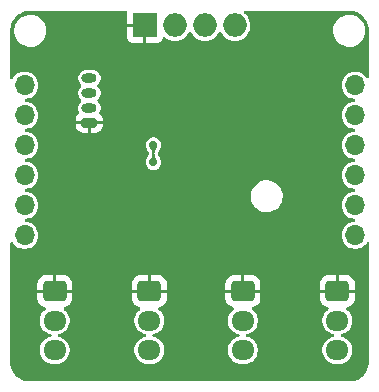
<source format=gbl>
G04 #@! TF.GenerationSoftware,KiCad,Pcbnew,7.0.1*
G04 #@! TF.CreationDate,2023-07-15T02:44:33+02:00*
G04 #@! TF.ProjectId,ADS1115_POTENTIOMETER,41445331-3131-4355-9f50-4f54454e5449,1*
G04 #@! TF.SameCoordinates,Original*
G04 #@! TF.FileFunction,Copper,L2,Bot*
G04 #@! TF.FilePolarity,Positive*
%FSLAX46Y46*%
G04 Gerber Fmt 4.6, Leading zero omitted, Abs format (unit mm)*
G04 Created by KiCad (PCBNEW 7.0.1) date 2023-07-15 02:44:33*
%MOMM*%
%LPD*%
G01*
G04 APERTURE LIST*
G04 Aperture macros list*
%AMRoundRect*
0 Rectangle with rounded corners*
0 $1 Rounding radius*
0 $2 $3 $4 $5 $6 $7 $8 $9 X,Y pos of 4 corners*
0 Add a 4 corners polygon primitive as box body*
4,1,4,$2,$3,$4,$5,$6,$7,$8,$9,$2,$3,0*
0 Add four circle primitives for the rounded corners*
1,1,$1+$1,$2,$3*
1,1,$1+$1,$4,$5*
1,1,$1+$1,$6,$7*
1,1,$1+$1,$8,$9*
0 Add four rect primitives between the rounded corners*
20,1,$1+$1,$2,$3,$4,$5,0*
20,1,$1+$1,$4,$5,$6,$7,0*
20,1,$1+$1,$6,$7,$8,$9,0*
20,1,$1+$1,$8,$9,$2,$3,0*%
G04 Aperture macros list end*
G04 #@! TA.AperFunction,ComponentPad*
%ADD10O,1.300000X0.800000*%
G04 #@! TD*
G04 #@! TA.AperFunction,ComponentPad*
%ADD11RoundRect,0.200000X0.450000X-0.200000X0.450000X0.200000X-0.450000X0.200000X-0.450000X-0.200000X0*%
G04 #@! TD*
G04 #@! TA.AperFunction,ComponentPad*
%ADD12O,2.000000X2.000000*%
G04 #@! TD*
G04 #@! TA.AperFunction,ComponentPad*
%ADD13O,1.700000X1.700000*%
G04 #@! TD*
G04 #@! TA.AperFunction,ComponentPad*
%ADD14R,2.000000X2.000000*%
G04 #@! TD*
G04 #@! TA.AperFunction,ComponentPad*
%ADD15O,1.950000X1.700000*%
G04 #@! TD*
G04 #@! TA.AperFunction,ComponentPad*
%ADD16RoundRect,0.250000X-0.725000X0.600000X-0.725000X-0.600000X0.725000X-0.600000X0.725000X0.600000X0*%
G04 #@! TD*
G04 #@! TA.AperFunction,ViaPad*
%ADD17C,0.700000*%
G04 #@! TD*
G04 #@! TA.AperFunction,Conductor*
%ADD18C,0.200000*%
G04 #@! TD*
G04 APERTURE END LIST*
D10*
X95395452Y-52835365D03*
X95395452Y-54085365D03*
X95395452Y-55335365D03*
D11*
X95395452Y-56585365D03*
D12*
X107717952Y-48355365D03*
X105177952Y-48355365D03*
D13*
X117907952Y-53435365D03*
X117907952Y-55975365D03*
X117907952Y-58515365D03*
X117907952Y-61055365D03*
X117907952Y-63595365D03*
X117907952Y-66135365D03*
X89907952Y-66135365D03*
X89907952Y-63595365D03*
X89907952Y-61055365D03*
X89907952Y-58515365D03*
X89907952Y-55975365D03*
X89907952Y-53435365D03*
D12*
X102637952Y-48355365D03*
D14*
X100097952Y-48355365D03*
D15*
X116395452Y-75860365D03*
X116395452Y-73360365D03*
D16*
X116395452Y-70860365D03*
D15*
X108395452Y-75860365D03*
X108395452Y-73360365D03*
D16*
X108395452Y-70860365D03*
D15*
X100470452Y-75860365D03*
X100470452Y-73360365D03*
D16*
X100470452Y-70860365D03*
D15*
X92470452Y-75860365D03*
X92470452Y-73360365D03*
D16*
X92470452Y-70860365D03*
D17*
X90460452Y-51415365D03*
X95540452Y-48875365D03*
X110780452Y-56495365D03*
X93000452Y-48875365D03*
X90460452Y-71735365D03*
X90460452Y-74275365D03*
X90460452Y-76815365D03*
X93000452Y-53955365D03*
X110780452Y-59035365D03*
X93000452Y-56495365D03*
X95540452Y-74275365D03*
X98080452Y-48875365D03*
X98080452Y-51415365D03*
X113320452Y-48875365D03*
X98080452Y-74275365D03*
X113320452Y-61575365D03*
X103160452Y-74275365D03*
X110780452Y-48875365D03*
X113320452Y-56495365D03*
X110780452Y-71735365D03*
X110780452Y-74275365D03*
X113320452Y-53955365D03*
X113320452Y-59035365D03*
X113320452Y-64115365D03*
X95320452Y-67060365D03*
X95320452Y-66060366D03*
X95320452Y-65060365D03*
X89320452Y-68060365D03*
X91320452Y-68060364D03*
X90320451Y-68060364D03*
X93320451Y-68060364D03*
X94320452Y-68060364D03*
X95320452Y-68060364D03*
X92320452Y-68060364D03*
X114195452Y-68035365D03*
X113195451Y-68035365D03*
X115195452Y-68035365D03*
X112195452Y-68035365D03*
X111195452Y-68035365D03*
X110195451Y-68035365D03*
X109195452Y-68035366D03*
X109195452Y-67035365D03*
X109195452Y-66035366D03*
X109195452Y-65035365D03*
X107195452Y-64035365D03*
X108195452Y-64035365D03*
X103220452Y-64035365D03*
X102220452Y-64035365D03*
X101220452Y-64035365D03*
X100820452Y-58485365D03*
X100820452Y-59960365D03*
X98145452Y-62560365D03*
X101345452Y-62660365D03*
X107945452Y-68035365D03*
X103045452Y-68135365D03*
X101395452Y-68135365D03*
X96520452Y-68035365D03*
X105145452Y-60460365D03*
X110007952Y-55635365D03*
X104132952Y-55660365D03*
D18*
X100820452Y-59960365D02*
X100820452Y-58485365D01*
G04 #@! TA.AperFunction,Conductor*
G36*
X98546843Y-47129759D02*
G01*
X98592586Y-47180683D01*
X98604340Y-47248119D01*
X98597952Y-47307541D01*
X98597952Y-48230365D01*
X100098952Y-48230365D01*
X100160952Y-48246978D01*
X100206339Y-48292365D01*
X100222952Y-48354365D01*
X100222952Y-49855365D01*
X101145776Y-49855365D01*
X101205327Y-49848962D01*
X101340041Y-49798717D01*
X101455140Y-49712553D01*
X101541304Y-49597454D01*
X101591549Y-49462740D01*
X101594383Y-49436383D01*
X101620430Y-49372695D01*
X101676419Y-49332699D01*
X101745111Y-49328709D01*
X101787779Y-49352255D01*
X101789926Y-49349190D01*
X101985216Y-49485932D01*
X101985217Y-49485932D01*
X101985218Y-49485933D01*
X102191456Y-49582104D01*
X102411260Y-49641000D01*
X102637952Y-49660833D01*
X102864644Y-49641000D01*
X103084448Y-49582104D01*
X103290686Y-49485933D01*
X103477091Y-49355412D01*
X103637999Y-49194504D01*
X103768520Y-49008099D01*
X103795570Y-48950089D01*
X103841327Y-48897914D01*
X103907952Y-48878494D01*
X103974577Y-48897914D01*
X104020334Y-48950090D01*
X104047383Y-49008098D01*
X104177905Y-49194505D01*
X104338811Y-49355411D01*
X104525216Y-49485932D01*
X104525217Y-49485932D01*
X104525218Y-49485933D01*
X104731456Y-49582104D01*
X104951260Y-49641000D01*
X105177952Y-49660833D01*
X105404644Y-49641000D01*
X105624448Y-49582104D01*
X105830686Y-49485933D01*
X106017091Y-49355412D01*
X106177999Y-49194504D01*
X106308520Y-49008099D01*
X106335570Y-48950089D01*
X106381327Y-48897914D01*
X106447952Y-48878494D01*
X106514577Y-48897914D01*
X106560334Y-48950090D01*
X106587383Y-49008098D01*
X106717905Y-49194505D01*
X106878811Y-49355411D01*
X107065216Y-49485932D01*
X107065217Y-49485932D01*
X107065218Y-49485933D01*
X107271456Y-49582104D01*
X107491260Y-49641000D01*
X107717952Y-49660833D01*
X107944644Y-49641000D01*
X108164448Y-49582104D01*
X108370686Y-49485933D01*
X108557091Y-49355412D01*
X108717999Y-49194504D01*
X108848520Y-49008099D01*
X108944691Y-48801861D01*
X108957871Y-48752674D01*
X116037280Y-48752674D01*
X116047065Y-48983030D01*
X116095642Y-49208429D01*
X116173903Y-49403189D01*
X116181611Y-49422371D01*
X116302501Y-49618708D01*
X116339576Y-49660833D01*
X116454833Y-49791792D01*
X116634220Y-49936637D01*
X116835515Y-50049086D01*
X117052916Y-50125899D01*
X117280165Y-50164865D01*
X117280167Y-50164865D01*
X117452987Y-50164865D01*
X117452991Y-50164865D01*
X117567789Y-50155093D01*
X117625191Y-50150208D01*
X117848321Y-50092110D01*
X118058423Y-49997138D01*
X118249452Y-49868024D01*
X118415914Y-49708484D01*
X118553018Y-49523107D01*
X118656822Y-49317225D01*
X118724338Y-49096762D01*
X118753624Y-48868059D01*
X118743838Y-48637697D01*
X118695262Y-48412303D01*
X118662819Y-48331566D01*
X118647067Y-48292365D01*
X118609293Y-48198359D01*
X118488403Y-48002022D01*
X118384916Y-47884438D01*
X118336070Y-47828937D01*
X118156683Y-47684092D01*
X117955388Y-47571643D01*
X117737987Y-47494830D01*
X117510739Y-47455865D01*
X117510737Y-47455865D01*
X117337917Y-47455865D01*
X117337913Y-47455865D01*
X117165714Y-47470521D01*
X116942581Y-47528620D01*
X116732481Y-47623591D01*
X116541452Y-47752705D01*
X116374989Y-47912246D01*
X116237886Y-48097622D01*
X116134082Y-48303504D01*
X116125491Y-48331555D01*
X116066566Y-48523968D01*
X116047713Y-48671202D01*
X116037280Y-48752674D01*
X108957871Y-48752674D01*
X109003587Y-48582057D01*
X109023420Y-48355365D01*
X109003587Y-48128673D01*
X108944691Y-47908869D01*
X108848520Y-47702631D01*
X108835538Y-47684091D01*
X108717998Y-47516224D01*
X108557092Y-47355318D01*
X108530131Y-47336440D01*
X108489804Y-47289224D01*
X108477424Y-47228376D01*
X108496096Y-47169155D01*
X108541137Y-47126412D01*
X108601254Y-47110865D01*
X117347862Y-47110865D01*
X117347865Y-47110866D01*
X117391036Y-47110865D01*
X117399878Y-47111180D01*
X117628485Y-47127525D01*
X117645988Y-47130041D01*
X117865616Y-47177813D01*
X117882578Y-47182793D01*
X117995203Y-47224797D01*
X118093168Y-47261334D01*
X118109261Y-47268683D01*
X118306523Y-47376390D01*
X118321407Y-47385955D01*
X118501333Y-47520640D01*
X118514704Y-47532226D01*
X118666576Y-47684092D01*
X118673623Y-47691138D01*
X118685210Y-47704509D01*
X118819909Y-47884438D01*
X118829474Y-47899321D01*
X118937186Y-48096573D01*
X118944536Y-48112666D01*
X119023083Y-48323244D01*
X119028068Y-48340220D01*
X119075846Y-48559836D01*
X119078364Y-48577347D01*
X119094636Y-48804792D01*
X119094952Y-48813641D01*
X119094952Y-52728124D01*
X119079834Y-52787459D01*
X119038167Y-52832327D01*
X118980110Y-52851785D01*
X118919820Y-52841091D01*
X118871998Y-52802851D01*
X118860374Y-52787459D01*
X118761824Y-52656958D01*
X118604254Y-52513313D01*
X118604253Y-52513312D01*
X118422969Y-52401066D01*
X118224150Y-52324044D01*
X118014562Y-52284865D01*
X117801342Y-52284865D01*
X117661616Y-52310984D01*
X117591753Y-52324044D01*
X117392934Y-52401066D01*
X117211650Y-52513312D01*
X117054078Y-52656959D01*
X116925583Y-52827112D01*
X116830547Y-53017974D01*
X116772195Y-53223054D01*
X116752523Y-53435364D01*
X116772195Y-53647675D01*
X116830547Y-53852755D01*
X116925583Y-54043617D01*
X117054078Y-54213770D01*
X117054080Y-54213772D01*
X117211650Y-54357417D01*
X117392933Y-54469663D01*
X117591754Y-54546686D01*
X117788565Y-54583476D01*
X117849317Y-54613728D01*
X117885045Y-54671431D01*
X117885045Y-54739299D01*
X117849317Y-54797002D01*
X117788565Y-54827253D01*
X117658427Y-54851580D01*
X117591753Y-54864044D01*
X117392934Y-54941066D01*
X117211650Y-55053312D01*
X117054078Y-55196959D01*
X116925583Y-55367112D01*
X116830547Y-55557974D01*
X116772195Y-55763054D01*
X116752523Y-55975364D01*
X116772195Y-56187675D01*
X116830547Y-56392755D01*
X116925583Y-56583617D01*
X116955529Y-56623271D01*
X117054080Y-56753772D01*
X117211650Y-56897417D01*
X117392933Y-57009663D01*
X117591754Y-57086686D01*
X117788565Y-57123476D01*
X117849317Y-57153728D01*
X117885045Y-57211431D01*
X117885045Y-57279299D01*
X117849317Y-57337002D01*
X117788565Y-57367253D01*
X117658427Y-57391580D01*
X117591753Y-57404044D01*
X117392934Y-57481066D01*
X117211650Y-57593312D01*
X117054078Y-57736959D01*
X116925583Y-57907112D01*
X116830547Y-58097974D01*
X116772195Y-58303054D01*
X116752523Y-58515364D01*
X116772195Y-58727675D01*
X116830547Y-58932755D01*
X116925583Y-59123617D01*
X117018335Y-59246439D01*
X117054080Y-59293772D01*
X117211650Y-59437417D01*
X117392933Y-59549663D01*
X117591754Y-59626686D01*
X117788565Y-59663476D01*
X117849317Y-59693728D01*
X117885045Y-59751431D01*
X117885045Y-59819299D01*
X117849317Y-59877002D01*
X117788565Y-59907253D01*
X117658427Y-59931580D01*
X117591753Y-59944044D01*
X117392934Y-60021066D01*
X117211650Y-60133312D01*
X117054078Y-60276959D01*
X116925583Y-60447112D01*
X116830547Y-60637974D01*
X116772195Y-60843054D01*
X116752523Y-61055364D01*
X116772195Y-61267675D01*
X116830547Y-61472755D01*
X116925583Y-61663617D01*
X117000337Y-61762606D01*
X117054080Y-61833772D01*
X117211650Y-61977417D01*
X117392933Y-62089663D01*
X117591754Y-62166686D01*
X117788565Y-62203476D01*
X117849317Y-62233728D01*
X117885045Y-62291431D01*
X117885045Y-62359299D01*
X117849317Y-62417002D01*
X117788565Y-62447253D01*
X117658427Y-62471580D01*
X117591753Y-62484044D01*
X117392934Y-62561066D01*
X117211650Y-62673312D01*
X117054078Y-62816959D01*
X116925583Y-62987112D01*
X116830547Y-63177974D01*
X116772195Y-63383054D01*
X116752523Y-63595364D01*
X116772195Y-63807675D01*
X116830547Y-64012755D01*
X116925583Y-64203617D01*
X116955529Y-64243271D01*
X117054080Y-64373772D01*
X117211650Y-64517417D01*
X117392933Y-64629663D01*
X117591754Y-64706686D01*
X117788565Y-64743476D01*
X117849317Y-64773728D01*
X117885045Y-64831431D01*
X117885045Y-64899299D01*
X117849317Y-64957002D01*
X117788565Y-64987253D01*
X117658427Y-65011580D01*
X117591753Y-65024044D01*
X117392934Y-65101066D01*
X117211650Y-65213312D01*
X117054078Y-65356959D01*
X116925583Y-65527112D01*
X116830547Y-65717974D01*
X116772195Y-65923054D01*
X116752523Y-66135364D01*
X116772195Y-66347675D01*
X116830547Y-66552755D01*
X116925583Y-66743617D01*
X116955529Y-66783271D01*
X117054080Y-66913772D01*
X117211650Y-67057417D01*
X117392933Y-67169663D01*
X117591754Y-67246686D01*
X117801342Y-67285865D01*
X118014560Y-67285865D01*
X118014562Y-67285865D01*
X118224150Y-67246686D01*
X118422971Y-67169663D01*
X118604254Y-67057417D01*
X118761824Y-66913772D01*
X118871998Y-66767878D01*
X118919820Y-66729639D01*
X118980110Y-66718945D01*
X119038167Y-66738403D01*
X119079834Y-66783271D01*
X119094952Y-66842606D01*
X119094952Y-76742652D01*
X119094951Y-76742658D01*
X119094951Y-76805946D01*
X119094635Y-76814790D01*
X119078289Y-77043383D01*
X119075772Y-77060895D01*
X119028001Y-77280510D01*
X119023016Y-77297487D01*
X118944479Y-77508056D01*
X118937130Y-77524149D01*
X118829420Y-77721409D01*
X118819854Y-77736293D01*
X118685174Y-77916205D01*
X118673588Y-77929577D01*
X118514670Y-78088494D01*
X118501298Y-78100080D01*
X118321381Y-78234761D01*
X118306498Y-78244326D01*
X118109238Y-78352036D01*
X118093144Y-78359385D01*
X117882578Y-78437919D01*
X117865602Y-78442904D01*
X117645985Y-78490674D01*
X117628472Y-78493191D01*
X117399692Y-78509548D01*
X117390849Y-78509864D01*
X117327747Y-78509864D01*
X117327741Y-78509865D01*
X90399891Y-78509865D01*
X90391042Y-78509549D01*
X90162449Y-78493194D01*
X90144938Y-78490676D01*
X90107825Y-78482601D01*
X89925331Y-78442898D01*
X89908356Y-78437913D01*
X89697790Y-78359371D01*
X89681703Y-78352024D01*
X89484452Y-78244311D01*
X89469570Y-78234746D01*
X89289657Y-78100060D01*
X89276295Y-78088482D01*
X89117367Y-77929547D01*
X89105798Y-77916195D01*
X88971112Y-77736267D01*
X88961550Y-77721387D01*
X88853844Y-77524129D01*
X88846502Y-77508051D01*
X88767962Y-77297467D01*
X88762983Y-77280509D01*
X88715213Y-77060890D01*
X88712696Y-77043379D01*
X88705984Y-76949512D01*
X88696267Y-76813624D01*
X88695952Y-76804787D01*
X88695953Y-76762776D01*
X88695952Y-76762773D01*
X88695952Y-70985365D01*
X90995453Y-70985365D01*
X90995453Y-71510344D01*
X91005945Y-71613060D01*
X91061094Y-71779487D01*
X91153135Y-71928710D01*
X91277106Y-72052681D01*
X91426329Y-72144722D01*
X91592755Y-72199871D01*
X91613724Y-72202013D01*
X91669119Y-72221676D01*
X91709235Y-72264642D01*
X91725056Y-72321254D01*
X91713027Y-72378792D01*
X91675851Y-72424325D01*
X91567046Y-72506491D01*
X91423399Y-72664063D01*
X91311153Y-72845347D01*
X91234131Y-73044166D01*
X91194952Y-73253757D01*
X91194952Y-73466973D01*
X91234131Y-73676563D01*
X91311153Y-73875382D01*
X91423399Y-74056666D01*
X91567046Y-74214238D01*
X91737199Y-74342733D01*
X91927279Y-74437379D01*
X91928063Y-74437770D01*
X92013669Y-74462127D01*
X92115490Y-74491099D01*
X92170043Y-74523498D01*
X92201428Y-74578641D01*
X92201428Y-74642089D01*
X92170043Y-74697232D01*
X92115490Y-74729631D01*
X91928061Y-74782960D01*
X91737199Y-74877996D01*
X91567046Y-75006491D01*
X91423399Y-75164063D01*
X91311153Y-75345347D01*
X91234131Y-75544166D01*
X91194952Y-75753757D01*
X91194952Y-75966973D01*
X91234131Y-76176563D01*
X91311153Y-76375382D01*
X91423399Y-76556666D01*
X91567046Y-76714238D01*
X91737199Y-76842733D01*
X91927279Y-76937379D01*
X91928063Y-76937770D01*
X92051584Y-76972915D01*
X92133141Y-76996121D01*
X92292257Y-77010865D01*
X92292258Y-77010865D01*
X92648646Y-77010865D01*
X92648647Y-77010865D01*
X92807762Y-76996121D01*
X92807762Y-76996120D01*
X93012841Y-76937770D01*
X93107882Y-76890445D01*
X93203704Y-76842733D01*
X93209695Y-76838209D01*
X93373859Y-76714237D01*
X93517504Y-76556667D01*
X93629750Y-76375384D01*
X93706773Y-76176563D01*
X93745952Y-75966975D01*
X93745952Y-75753755D01*
X93706773Y-75544167D01*
X93629750Y-75345346D01*
X93517504Y-75164063D01*
X93373859Y-75006493D01*
X93373858Y-75006492D01*
X93373857Y-75006491D01*
X93203704Y-74877996D01*
X93012842Y-74782960D01*
X92825413Y-74729631D01*
X92770860Y-74697232D01*
X92739475Y-74642089D01*
X92739475Y-74578641D01*
X92770860Y-74523498D01*
X92825413Y-74491099D01*
X92870710Y-74478210D01*
X93012841Y-74437770D01*
X93107882Y-74390445D01*
X93203704Y-74342733D01*
X93203707Y-74342731D01*
X93373859Y-74214237D01*
X93517504Y-74056667D01*
X93629750Y-73875384D01*
X93706773Y-73676563D01*
X93745952Y-73466975D01*
X93745952Y-73253755D01*
X93706773Y-73044167D01*
X93629750Y-72845346D01*
X93517504Y-72664063D01*
X93373859Y-72506493D01*
X93373858Y-72506492D01*
X93373857Y-72506491D01*
X93265052Y-72424325D01*
X93227876Y-72378792D01*
X93215847Y-72321254D01*
X93231668Y-72264642D01*
X93271784Y-72221676D01*
X93327179Y-72202013D01*
X93348147Y-72199871D01*
X93514574Y-72144722D01*
X93663797Y-72052681D01*
X93787768Y-71928710D01*
X93879809Y-71779487D01*
X93934958Y-71613061D01*
X93945452Y-71510344D01*
X93945452Y-70985365D01*
X98995453Y-70985365D01*
X98995453Y-71510344D01*
X99005945Y-71613060D01*
X99061094Y-71779487D01*
X99153135Y-71928710D01*
X99277106Y-72052681D01*
X99426329Y-72144722D01*
X99592755Y-72199871D01*
X99613724Y-72202013D01*
X99669119Y-72221676D01*
X99709235Y-72264642D01*
X99725056Y-72321254D01*
X99713027Y-72378792D01*
X99675851Y-72424325D01*
X99567046Y-72506491D01*
X99423399Y-72664063D01*
X99311153Y-72845347D01*
X99234131Y-73044166D01*
X99194952Y-73253757D01*
X99194952Y-73466973D01*
X99234131Y-73676563D01*
X99311153Y-73875382D01*
X99423399Y-74056666D01*
X99567046Y-74214238D01*
X99737199Y-74342733D01*
X99927279Y-74437379D01*
X99928063Y-74437770D01*
X100013669Y-74462127D01*
X100115490Y-74491099D01*
X100170043Y-74523498D01*
X100201428Y-74578641D01*
X100201428Y-74642089D01*
X100170043Y-74697232D01*
X100115490Y-74729631D01*
X99928061Y-74782960D01*
X99737199Y-74877996D01*
X99567046Y-75006491D01*
X99423399Y-75164063D01*
X99311153Y-75345347D01*
X99234131Y-75544166D01*
X99194952Y-75753757D01*
X99194952Y-75966973D01*
X99234131Y-76176563D01*
X99311153Y-76375382D01*
X99423399Y-76556666D01*
X99567046Y-76714238D01*
X99737199Y-76842733D01*
X99927279Y-76937379D01*
X99928063Y-76937770D01*
X100051584Y-76972915D01*
X100133141Y-76996121D01*
X100292257Y-77010865D01*
X100292258Y-77010865D01*
X100648646Y-77010865D01*
X100648647Y-77010865D01*
X100807762Y-76996121D01*
X100807762Y-76996120D01*
X101012841Y-76937770D01*
X101107882Y-76890445D01*
X101203704Y-76842733D01*
X101209695Y-76838209D01*
X101373859Y-76714237D01*
X101517504Y-76556667D01*
X101629750Y-76375384D01*
X101706773Y-76176563D01*
X101745952Y-75966975D01*
X101745952Y-75753755D01*
X101706773Y-75544167D01*
X101629750Y-75345346D01*
X101517504Y-75164063D01*
X101373859Y-75006493D01*
X101373858Y-75006492D01*
X101373857Y-75006491D01*
X101203704Y-74877996D01*
X101012842Y-74782960D01*
X100825413Y-74729631D01*
X100770860Y-74697232D01*
X100739475Y-74642089D01*
X100739475Y-74578641D01*
X100770860Y-74523498D01*
X100825413Y-74491099D01*
X100870710Y-74478210D01*
X101012841Y-74437770D01*
X101107882Y-74390445D01*
X101203704Y-74342733D01*
X101203707Y-74342731D01*
X101373859Y-74214237D01*
X101517504Y-74056667D01*
X101629750Y-73875384D01*
X101706773Y-73676563D01*
X101745952Y-73466975D01*
X101745952Y-73253755D01*
X101706773Y-73044167D01*
X101629750Y-72845346D01*
X101517504Y-72664063D01*
X101373859Y-72506493D01*
X101373858Y-72506492D01*
X101373857Y-72506491D01*
X101265052Y-72424325D01*
X101227876Y-72378792D01*
X101215847Y-72321254D01*
X101231668Y-72264642D01*
X101271784Y-72221676D01*
X101327179Y-72202013D01*
X101348147Y-72199871D01*
X101514574Y-72144722D01*
X101663797Y-72052681D01*
X101787768Y-71928710D01*
X101879809Y-71779487D01*
X101934958Y-71613061D01*
X101945452Y-71510344D01*
X101945452Y-70985365D01*
X106920453Y-70985365D01*
X106920453Y-71510344D01*
X106930945Y-71613060D01*
X106986094Y-71779487D01*
X107078135Y-71928710D01*
X107202106Y-72052681D01*
X107351329Y-72144722D01*
X107517755Y-72199871D01*
X107538724Y-72202013D01*
X107594119Y-72221676D01*
X107634235Y-72264642D01*
X107650056Y-72321254D01*
X107638027Y-72378792D01*
X107600851Y-72424325D01*
X107492046Y-72506491D01*
X107348399Y-72664063D01*
X107236153Y-72845347D01*
X107159131Y-73044166D01*
X107119952Y-73253757D01*
X107119952Y-73466973D01*
X107159131Y-73676563D01*
X107236153Y-73875382D01*
X107348399Y-74056666D01*
X107492046Y-74214238D01*
X107662199Y-74342733D01*
X107852279Y-74437379D01*
X107853063Y-74437770D01*
X107938669Y-74462127D01*
X108040490Y-74491099D01*
X108095043Y-74523498D01*
X108126428Y-74578641D01*
X108126428Y-74642089D01*
X108095043Y-74697232D01*
X108040490Y-74729631D01*
X107853061Y-74782960D01*
X107662199Y-74877996D01*
X107492046Y-75006491D01*
X107348399Y-75164063D01*
X107236153Y-75345347D01*
X107159131Y-75544166D01*
X107119952Y-75753757D01*
X107119952Y-75966973D01*
X107159131Y-76176563D01*
X107236153Y-76375382D01*
X107348399Y-76556666D01*
X107492046Y-76714238D01*
X107662199Y-76842733D01*
X107852279Y-76937379D01*
X107853063Y-76937770D01*
X107976584Y-76972915D01*
X108058141Y-76996121D01*
X108217257Y-77010865D01*
X108217258Y-77010865D01*
X108573646Y-77010865D01*
X108573647Y-77010865D01*
X108732762Y-76996121D01*
X108732762Y-76996120D01*
X108937841Y-76937770D01*
X109032882Y-76890445D01*
X109128704Y-76842733D01*
X109134695Y-76838209D01*
X109298859Y-76714237D01*
X109442504Y-76556667D01*
X109554750Y-76375384D01*
X109631773Y-76176563D01*
X109670952Y-75966975D01*
X109670952Y-75753755D01*
X109631773Y-75544167D01*
X109554750Y-75345346D01*
X109442504Y-75164063D01*
X109298859Y-75006493D01*
X109298858Y-75006492D01*
X109298857Y-75006491D01*
X109128704Y-74877996D01*
X108937842Y-74782960D01*
X108750413Y-74729631D01*
X108695860Y-74697232D01*
X108664475Y-74642089D01*
X108664475Y-74578641D01*
X108695860Y-74523498D01*
X108750413Y-74491099D01*
X108795710Y-74478210D01*
X108937841Y-74437770D01*
X109032882Y-74390445D01*
X109128704Y-74342733D01*
X109128707Y-74342731D01*
X109298859Y-74214237D01*
X109442504Y-74056667D01*
X109554750Y-73875384D01*
X109631773Y-73676563D01*
X109670952Y-73466975D01*
X109670952Y-73253755D01*
X109631773Y-73044167D01*
X109554750Y-72845346D01*
X109442504Y-72664063D01*
X109298859Y-72506493D01*
X109298858Y-72506492D01*
X109298857Y-72506491D01*
X109190052Y-72424325D01*
X109152876Y-72378792D01*
X109140847Y-72321254D01*
X109156668Y-72264642D01*
X109196784Y-72221676D01*
X109252179Y-72202013D01*
X109273147Y-72199871D01*
X109439574Y-72144722D01*
X109588797Y-72052681D01*
X109712768Y-71928710D01*
X109804809Y-71779487D01*
X109859958Y-71613061D01*
X109870452Y-71510344D01*
X109870452Y-70985365D01*
X114920453Y-70985365D01*
X114920453Y-71510344D01*
X114930945Y-71613060D01*
X114986094Y-71779487D01*
X115078135Y-71928710D01*
X115202106Y-72052681D01*
X115351329Y-72144722D01*
X115517755Y-72199871D01*
X115538724Y-72202013D01*
X115594119Y-72221676D01*
X115634235Y-72264642D01*
X115650056Y-72321254D01*
X115638027Y-72378792D01*
X115600851Y-72424325D01*
X115492046Y-72506491D01*
X115348399Y-72664063D01*
X115236153Y-72845347D01*
X115159131Y-73044166D01*
X115119952Y-73253757D01*
X115119952Y-73466973D01*
X115159131Y-73676563D01*
X115236153Y-73875382D01*
X115348399Y-74056666D01*
X115492046Y-74214238D01*
X115662199Y-74342733D01*
X115852279Y-74437379D01*
X115853063Y-74437770D01*
X115938669Y-74462127D01*
X116040490Y-74491099D01*
X116095043Y-74523498D01*
X116126428Y-74578641D01*
X116126428Y-74642089D01*
X116095043Y-74697232D01*
X116040490Y-74729631D01*
X115853061Y-74782960D01*
X115662199Y-74877996D01*
X115492046Y-75006491D01*
X115348399Y-75164063D01*
X115236153Y-75345347D01*
X115159131Y-75544166D01*
X115119952Y-75753757D01*
X115119952Y-75966973D01*
X115159131Y-76176563D01*
X115236153Y-76375382D01*
X115348399Y-76556666D01*
X115492046Y-76714238D01*
X115662199Y-76842733D01*
X115852279Y-76937379D01*
X115853063Y-76937770D01*
X115976584Y-76972915D01*
X116058141Y-76996121D01*
X116217257Y-77010865D01*
X116217258Y-77010865D01*
X116573646Y-77010865D01*
X116573647Y-77010865D01*
X116732762Y-76996121D01*
X116732762Y-76996120D01*
X116937841Y-76937770D01*
X117032882Y-76890445D01*
X117128704Y-76842733D01*
X117134695Y-76838209D01*
X117298859Y-76714237D01*
X117442504Y-76556667D01*
X117554750Y-76375384D01*
X117631773Y-76176563D01*
X117670952Y-75966975D01*
X117670952Y-75753755D01*
X117631773Y-75544167D01*
X117554750Y-75345346D01*
X117442504Y-75164063D01*
X117298859Y-75006493D01*
X117298858Y-75006492D01*
X117298857Y-75006491D01*
X117128704Y-74877996D01*
X116937842Y-74782960D01*
X116750413Y-74729631D01*
X116695860Y-74697232D01*
X116664475Y-74642089D01*
X116664475Y-74578641D01*
X116695860Y-74523498D01*
X116750413Y-74491099D01*
X116795710Y-74478210D01*
X116937841Y-74437770D01*
X117032882Y-74390445D01*
X117128704Y-74342733D01*
X117128707Y-74342731D01*
X117298859Y-74214237D01*
X117442504Y-74056667D01*
X117554750Y-73875384D01*
X117631773Y-73676563D01*
X117670952Y-73466975D01*
X117670952Y-73253755D01*
X117631773Y-73044167D01*
X117554750Y-72845346D01*
X117442504Y-72664063D01*
X117298859Y-72506493D01*
X117298858Y-72506492D01*
X117298857Y-72506491D01*
X117190052Y-72424325D01*
X117152876Y-72378792D01*
X117140847Y-72321254D01*
X117156668Y-72264642D01*
X117196784Y-72221676D01*
X117252179Y-72202013D01*
X117273147Y-72199871D01*
X117439574Y-72144722D01*
X117588797Y-72052681D01*
X117712768Y-71928710D01*
X117804809Y-71779487D01*
X117859958Y-71613061D01*
X117870452Y-71510344D01*
X117870452Y-70985365D01*
X114920453Y-70985365D01*
X109870452Y-70985365D01*
X106920453Y-70985365D01*
X101945452Y-70985365D01*
X98995453Y-70985365D01*
X93945452Y-70985365D01*
X90995453Y-70985365D01*
X88695952Y-70985365D01*
X88695952Y-70735365D01*
X90995452Y-70735365D01*
X92345452Y-70735365D01*
X92345452Y-69510366D01*
X91695473Y-69510366D01*
X91592756Y-69520858D01*
X91426329Y-69576007D01*
X91277106Y-69668048D01*
X91153135Y-69792019D01*
X91061094Y-69941242D01*
X91005945Y-70107668D01*
X90995452Y-70210386D01*
X90995452Y-70735365D01*
X88695952Y-70735365D01*
X88695952Y-69510365D01*
X92595452Y-69510365D01*
X92595452Y-70735365D01*
X93945451Y-70735365D01*
X98995452Y-70735365D01*
X100345452Y-70735365D01*
X100345452Y-69510366D01*
X99695473Y-69510366D01*
X99592756Y-69520858D01*
X99426329Y-69576007D01*
X99277106Y-69668048D01*
X99153135Y-69792019D01*
X99061094Y-69941242D01*
X99005945Y-70107668D01*
X98995452Y-70210386D01*
X98995452Y-70735365D01*
X93945451Y-70735365D01*
X93945451Y-70210386D01*
X93934958Y-70107669D01*
X93879809Y-69941242D01*
X93787768Y-69792019D01*
X93663797Y-69668048D01*
X93514574Y-69576007D01*
X93348148Y-69520858D01*
X93245431Y-69510365D01*
X100595452Y-69510365D01*
X100595452Y-70735365D01*
X101945451Y-70735365D01*
X106920452Y-70735365D01*
X108270452Y-70735365D01*
X108270452Y-69510366D01*
X107620473Y-69510366D01*
X107517756Y-69520858D01*
X107351329Y-69576007D01*
X107202106Y-69668048D01*
X107078135Y-69792019D01*
X106986094Y-69941242D01*
X106930945Y-70107668D01*
X106920452Y-70210386D01*
X106920452Y-70735365D01*
X101945451Y-70735365D01*
X101945451Y-70210386D01*
X101934958Y-70107669D01*
X101879809Y-69941242D01*
X101787768Y-69792019D01*
X101663797Y-69668048D01*
X101514574Y-69576007D01*
X101348148Y-69520858D01*
X101245431Y-69510365D01*
X108520452Y-69510365D01*
X108520452Y-70735365D01*
X109870451Y-70735365D01*
X114920452Y-70735365D01*
X116270452Y-70735365D01*
X116270452Y-69510366D01*
X115620473Y-69510366D01*
X115517756Y-69520858D01*
X115351329Y-69576007D01*
X115202106Y-69668048D01*
X115078135Y-69792019D01*
X114986094Y-69941242D01*
X114930945Y-70107668D01*
X114920452Y-70210386D01*
X114920452Y-70735365D01*
X109870451Y-70735365D01*
X109870451Y-70210386D01*
X109859958Y-70107669D01*
X109804809Y-69941242D01*
X109712768Y-69792019D01*
X109588797Y-69668048D01*
X109439574Y-69576007D01*
X109273148Y-69520858D01*
X109170431Y-69510365D01*
X116520452Y-69510365D01*
X116520452Y-70735365D01*
X117870451Y-70735365D01*
X117870451Y-70210386D01*
X117859958Y-70107669D01*
X117804809Y-69941242D01*
X117712768Y-69792019D01*
X117588797Y-69668048D01*
X117439574Y-69576007D01*
X117273148Y-69520858D01*
X117170431Y-69510365D01*
X116520452Y-69510365D01*
X109170431Y-69510365D01*
X108520452Y-69510365D01*
X101245431Y-69510365D01*
X100595452Y-69510365D01*
X93245431Y-69510365D01*
X92595452Y-69510365D01*
X88695952Y-69510365D01*
X88695952Y-66809501D01*
X88711070Y-66750166D01*
X88752737Y-66705298D01*
X88810794Y-66685840D01*
X88871084Y-66696534D01*
X88918906Y-66734774D01*
X88925585Y-66743619D01*
X88925586Y-66743620D01*
X89054080Y-66913772D01*
X89211650Y-67057417D01*
X89392933Y-67169663D01*
X89591754Y-67246686D01*
X89801342Y-67285865D01*
X90014560Y-67285865D01*
X90014562Y-67285865D01*
X90224150Y-67246686D01*
X90422971Y-67169663D01*
X90604254Y-67057417D01*
X90761824Y-66913772D01*
X90890318Y-66743620D01*
X90890318Y-66743618D01*
X90890320Y-66743617D01*
X90938032Y-66647795D01*
X90985357Y-66552754D01*
X91043708Y-66347675D01*
X91063381Y-66135365D01*
X91043708Y-65923055D01*
X90985357Y-65717976D01*
X90919089Y-65584890D01*
X90890320Y-65527112D01*
X90761825Y-65356959D01*
X90604253Y-65213312D01*
X90422969Y-65101066D01*
X90224150Y-65024044D01*
X90224149Y-65024043D01*
X90027337Y-64987253D01*
X89966586Y-64957002D01*
X89930858Y-64899299D01*
X89930858Y-64831431D01*
X89966586Y-64773728D01*
X90027337Y-64743476D01*
X90224150Y-64706686D01*
X90422971Y-64629663D01*
X90604254Y-64517417D01*
X90761824Y-64373772D01*
X90890318Y-64203620D01*
X90890318Y-64203618D01*
X90890320Y-64203617D01*
X90963531Y-64056586D01*
X90985357Y-64012754D01*
X91043708Y-63807675D01*
X91063381Y-63595365D01*
X91043708Y-63383055D01*
X90985357Y-63177976D01*
X90984966Y-63177192D01*
X90890320Y-62987112D01*
X90761825Y-62816959D01*
X90699535Y-62760174D01*
X109049780Y-62760174D01*
X109059565Y-62990530D01*
X109108142Y-63215929D01*
X109194109Y-63429867D01*
X109194111Y-63429871D01*
X109315001Y-63626208D01*
X109394013Y-63715983D01*
X109467333Y-63799292D01*
X109646720Y-63944137D01*
X109848015Y-64056586D01*
X110065416Y-64133399D01*
X110292665Y-64172365D01*
X110292667Y-64172365D01*
X110465487Y-64172365D01*
X110465491Y-64172365D01*
X110580289Y-64162593D01*
X110637691Y-64157708D01*
X110860821Y-64099610D01*
X111070923Y-64004638D01*
X111261952Y-63875524D01*
X111428414Y-63715984D01*
X111565518Y-63530607D01*
X111669322Y-63324725D01*
X111736838Y-63104262D01*
X111766124Y-62875559D01*
X111756338Y-62645197D01*
X111707762Y-62419803D01*
X111706636Y-62417002D01*
X111656178Y-62291431D01*
X111621793Y-62205859D01*
X111500903Y-62009522D01*
X111403984Y-61899400D01*
X111348570Y-61836437D01*
X111169183Y-61691592D01*
X110967888Y-61579143D01*
X110750487Y-61502330D01*
X110523239Y-61463365D01*
X110523237Y-61463365D01*
X110350417Y-61463365D01*
X110350413Y-61463365D01*
X110178214Y-61478021D01*
X109955081Y-61536120D01*
X109744981Y-61631091D01*
X109553952Y-61760205D01*
X109387489Y-61919746D01*
X109250386Y-62105122D01*
X109146582Y-62311004D01*
X109114120Y-62417002D01*
X109079066Y-62531468D01*
X109060903Y-62673313D01*
X109049780Y-62760174D01*
X90699535Y-62760174D01*
X90604253Y-62673312D01*
X90422969Y-62561066D01*
X90224150Y-62484044D01*
X90027337Y-62447253D01*
X89966586Y-62417002D01*
X89930858Y-62359299D01*
X89930858Y-62291431D01*
X89966586Y-62233728D01*
X90027337Y-62203476D01*
X90224150Y-62166686D01*
X90422971Y-62089663D01*
X90604254Y-61977417D01*
X90761824Y-61833772D01*
X90890318Y-61663620D01*
X90890318Y-61663618D01*
X90890320Y-61663617D01*
X90970630Y-61502330D01*
X90985357Y-61472754D01*
X91043708Y-61267675D01*
X91063381Y-61055365D01*
X91043708Y-60843055D01*
X90985357Y-60637976D01*
X90984966Y-60637192D01*
X90890320Y-60447112D01*
X90761825Y-60276959D01*
X90604253Y-60133312D01*
X90422969Y-60021066D01*
X90266280Y-59960365D01*
X100165173Y-59960365D01*
X100184215Y-60117183D01*
X100240232Y-60264888D01*
X100329967Y-60394893D01*
X100329968Y-60394894D01*
X100329969Y-60394895D01*
X100448212Y-60499648D01*
X100588087Y-60573061D01*
X100741467Y-60610865D01*
X100899437Y-60610865D01*
X101052817Y-60573061D01*
X101192692Y-60499648D01*
X101310935Y-60394895D01*
X101400672Y-60264888D01*
X101456689Y-60117183D01*
X101475730Y-59960365D01*
X101456689Y-59803547D01*
X101430766Y-59735195D01*
X101429113Y-59730555D01*
X101412222Y-59680000D01*
X101412221Y-59679997D01*
X101404562Y-59664486D01*
X101399798Y-59653539D01*
X101399642Y-59653128D01*
X101395344Y-59645816D01*
X101385898Y-59626685D01*
X101350083Y-59554146D01*
X101342260Y-59539340D01*
X101342246Y-59539316D01*
X101341966Y-59538819D01*
X101341629Y-59538221D01*
X101332971Y-59523809D01*
X101276197Y-59434939D01*
X101274034Y-59431425D01*
X101252416Y-59394951D01*
X101241234Y-59370282D01*
X101238640Y-59362349D01*
X101232906Y-59333837D01*
X101225825Y-59246444D01*
X101225453Y-59244327D01*
X101225453Y-59241858D01*
X101225358Y-59240685D01*
X101225453Y-59240677D01*
X101225453Y-59205052D01*
X101225358Y-59205045D01*
X101225453Y-59203860D01*
X101225454Y-59201396D01*
X101225824Y-59199289D01*
X101225825Y-59199286D01*
X101232906Y-59111888D01*
X101238641Y-59083369D01*
X101241232Y-59075447D01*
X101252415Y-59050777D01*
X101274023Y-59014319D01*
X101274041Y-59014288D01*
X101276166Y-59010835D01*
X101332971Y-58921919D01*
X101341629Y-58907507D01*
X101342260Y-58906388D01*
X101350082Y-58891583D01*
X101395326Y-58799945D01*
X101399639Y-58792612D01*
X101399800Y-58792188D01*
X101404573Y-58781219D01*
X101412220Y-58765733D01*
X101429115Y-58715165D01*
X101430770Y-58710523D01*
X101456689Y-58642183D01*
X101475730Y-58485365D01*
X101456689Y-58328547D01*
X101400672Y-58180842D01*
X101310935Y-58050835D01*
X101192692Y-57946082D01*
X101145076Y-57921091D01*
X101052816Y-57872668D01*
X100899437Y-57834865D01*
X100741467Y-57834865D01*
X100588087Y-57872668D01*
X100448213Y-57946081D01*
X100329967Y-58050836D01*
X100240232Y-58180841D01*
X100184215Y-58328546D01*
X100165173Y-58485364D01*
X100184215Y-58642184D01*
X100210132Y-58710522D01*
X100211796Y-58715190D01*
X100215968Y-58727675D01*
X100228680Y-58765728D01*
X100236344Y-58781249D01*
X100241095Y-58792163D01*
X100241263Y-58792607D01*
X100245562Y-58799920D01*
X100272402Y-58854279D01*
X100290823Y-58891589D01*
X100298706Y-58906503D01*
X100299328Y-58907605D01*
X100307924Y-58921908D01*
X100334172Y-58962996D01*
X100364703Y-59010788D01*
X100366870Y-59014309D01*
X100388485Y-59050777D01*
X100399672Y-59075460D01*
X100402261Y-59083378D01*
X100407996Y-59111898D01*
X100415078Y-59199289D01*
X100415452Y-59201414D01*
X100415451Y-59203892D01*
X100415545Y-59205041D01*
X100415451Y-59205048D01*
X100415451Y-59240677D01*
X100415545Y-59240685D01*
X100415451Y-59241844D01*
X100415451Y-59244320D01*
X100415078Y-59246439D01*
X100407996Y-59333829D01*
X100402261Y-59362349D01*
X100399672Y-59370267D01*
X100388483Y-59394955D01*
X100366877Y-59431408D01*
X100364703Y-59434939D01*
X100307915Y-59523832D01*
X100299266Y-59538228D01*
X100298666Y-59539294D01*
X100298654Y-59539316D01*
X100293188Y-59549663D01*
X100290817Y-59554150D01*
X100245552Y-59645829D01*
X100241258Y-59653135D01*
X100241087Y-59653587D01*
X100236351Y-59664462D01*
X100228679Y-59680002D01*
X100211790Y-59730554D01*
X100210126Y-59735222D01*
X100184215Y-59803546D01*
X100184215Y-59803547D01*
X100165173Y-59960365D01*
X90266280Y-59960365D01*
X90224150Y-59944044D01*
X90027337Y-59907253D01*
X89966586Y-59877002D01*
X89930858Y-59819299D01*
X89930858Y-59751431D01*
X89966586Y-59693728D01*
X90027337Y-59663476D01*
X90224150Y-59626686D01*
X90422971Y-59549663D01*
X90604254Y-59437417D01*
X90761824Y-59293772D01*
X90890318Y-59123620D01*
X90890318Y-59123618D01*
X90890320Y-59123617D01*
X90946501Y-59010788D01*
X90985357Y-58932754D01*
X91043708Y-58727675D01*
X91063381Y-58515365D01*
X91043708Y-58303055D01*
X90985357Y-58097976D01*
X90984966Y-58097192D01*
X90890320Y-57907112D01*
X90761825Y-57736959D01*
X90604253Y-57593312D01*
X90422969Y-57481066D01*
X90224150Y-57404044D01*
X90224149Y-57404043D01*
X90027337Y-57367253D01*
X89966586Y-57337002D01*
X89930858Y-57279299D01*
X89930858Y-57211431D01*
X89966586Y-57153728D01*
X90027337Y-57123476D01*
X90224150Y-57086686D01*
X90422971Y-57009663D01*
X90604254Y-56897417D01*
X90761824Y-56753772D01*
X90794604Y-56710365D01*
X94245453Y-56710365D01*
X94245453Y-56841944D01*
X94251860Y-56912469D01*
X94302433Y-57074762D01*
X94390377Y-57220240D01*
X94510576Y-57340439D01*
X94656055Y-57428384D01*
X94818345Y-57478955D01*
X94888876Y-57485365D01*
X95270452Y-57485365D01*
X95270452Y-56710365D01*
X95520452Y-56710365D01*
X95520452Y-57485364D01*
X95902031Y-57485364D01*
X95972556Y-57478956D01*
X96134849Y-57428383D01*
X96280327Y-57340439D01*
X96400526Y-57220240D01*
X96488471Y-57074761D01*
X96539042Y-56912471D01*
X96545452Y-56841941D01*
X96545452Y-56710365D01*
X95520452Y-56710365D01*
X95270452Y-56710365D01*
X94245453Y-56710365D01*
X90794604Y-56710365D01*
X90890318Y-56583620D01*
X90890318Y-56583618D01*
X90890320Y-56583617D01*
X90951691Y-56460365D01*
X94245452Y-56460365D01*
X96545451Y-56460365D01*
X96545451Y-56328786D01*
X96539043Y-56258260D01*
X96488470Y-56095967D01*
X96400526Y-55950489D01*
X96276959Y-55826922D01*
X96248698Y-55783212D01*
X96240866Y-55731753D01*
X96254844Y-55681615D01*
X96305241Y-55585591D01*
X96305242Y-55585590D01*
X96345952Y-55420421D01*
X96345952Y-55250309D01*
X96305242Y-55085140D01*
X96226186Y-54934513D01*
X96113381Y-54807182D01*
X96113379Y-54807180D01*
X96103396Y-54795912D01*
X96105046Y-54794449D01*
X96081606Y-54767991D01*
X96067402Y-54710365D01*
X96081606Y-54652739D01*
X96105046Y-54626280D01*
X96103396Y-54624818D01*
X96113379Y-54613549D01*
X96113381Y-54613548D01*
X96226186Y-54486217D01*
X96305242Y-54335590D01*
X96345952Y-54170421D01*
X96345952Y-54000309D01*
X96305242Y-53835140D01*
X96226186Y-53684513D01*
X96113381Y-53557182D01*
X96113379Y-53557180D01*
X96103396Y-53545912D01*
X96105046Y-53544449D01*
X96081606Y-53517991D01*
X96067402Y-53460365D01*
X96081606Y-53402739D01*
X96105046Y-53376280D01*
X96103396Y-53374818D01*
X96113379Y-53363549D01*
X96113381Y-53363548D01*
X96226186Y-53236217D01*
X96305242Y-53085590D01*
X96345952Y-52920421D01*
X96345952Y-52750309D01*
X96305242Y-52585140D01*
X96226186Y-52434513D01*
X96113381Y-52307182D01*
X96113380Y-52307181D01*
X96113379Y-52307180D01*
X95973382Y-52210547D01*
X95814324Y-52150225D01*
X95687824Y-52134865D01*
X95103080Y-52134865D01*
X95039830Y-52142544D01*
X94976579Y-52150225D01*
X94817521Y-52210547D01*
X94677524Y-52307180D01*
X94564717Y-52434514D01*
X94485661Y-52585140D01*
X94444952Y-52750310D01*
X94444952Y-52920420D01*
X94485661Y-53085589D01*
X94485662Y-53085590D01*
X94564718Y-53236217D01*
X94677523Y-53363548D01*
X94677524Y-53363549D01*
X94687508Y-53374818D01*
X94685857Y-53376280D01*
X94709300Y-53402744D01*
X94723501Y-53460365D01*
X94709300Y-53517986D01*
X94685857Y-53544449D01*
X94687508Y-53545912D01*
X94677524Y-53557180D01*
X94677523Y-53557182D01*
X94582167Y-53664816D01*
X94564717Y-53684514D01*
X94485661Y-53835140D01*
X94453001Y-53967649D01*
X94445883Y-53996534D01*
X94444952Y-54000310D01*
X94444952Y-54170420D01*
X94485661Y-54335589D01*
X94556030Y-54469663D01*
X94564718Y-54486217D01*
X94677523Y-54613548D01*
X94677524Y-54613549D01*
X94687508Y-54624818D01*
X94685857Y-54626280D01*
X94709300Y-54652744D01*
X94723501Y-54710365D01*
X94709300Y-54767986D01*
X94685857Y-54794449D01*
X94687508Y-54795912D01*
X94677524Y-54807180D01*
X94677523Y-54807182D01*
X94659741Y-54827254D01*
X94564717Y-54934514D01*
X94485661Y-55085140D01*
X94458102Y-55196958D01*
X94444952Y-55250309D01*
X94444952Y-55420421D01*
X94465306Y-55503005D01*
X94485662Y-55585591D01*
X94536060Y-55681615D01*
X94550038Y-55731753D01*
X94542206Y-55783212D01*
X94513945Y-55826922D01*
X94390377Y-55950489D01*
X94302432Y-56095968D01*
X94251861Y-56258258D01*
X94245452Y-56328789D01*
X94245452Y-56460365D01*
X90951691Y-56460365D01*
X90985357Y-56392754D01*
X91043708Y-56187675D01*
X91063381Y-55975365D01*
X91043708Y-55763055D01*
X90985357Y-55557976D01*
X90919089Y-55424890D01*
X90890320Y-55367112D01*
X90761825Y-55196959D01*
X90604253Y-55053312D01*
X90422969Y-54941066D01*
X90224150Y-54864044D01*
X90027337Y-54827253D01*
X89966586Y-54797002D01*
X89930858Y-54739299D01*
X89930858Y-54671431D01*
X89966586Y-54613728D01*
X90027337Y-54583476D01*
X90224150Y-54546686D01*
X90422971Y-54469663D01*
X90604254Y-54357417D01*
X90761824Y-54213772D01*
X90890318Y-54043620D01*
X90890318Y-54043618D01*
X90890320Y-54043617D01*
X90938032Y-53947795D01*
X90985357Y-53852754D01*
X91043708Y-53647675D01*
X91063381Y-53435365D01*
X91043708Y-53223055D01*
X90985357Y-53017976D01*
X90936781Y-52920421D01*
X90890320Y-52827112D01*
X90761825Y-52656959D01*
X90604253Y-52513312D01*
X90422969Y-52401066D01*
X90224150Y-52324044D01*
X90014562Y-52284865D01*
X89801342Y-52284865D01*
X89661616Y-52310984D01*
X89591753Y-52324044D01*
X89392934Y-52401066D01*
X89211650Y-52513312D01*
X89054078Y-52656959D01*
X88918906Y-52835956D01*
X88871084Y-52874196D01*
X88810794Y-52884890D01*
X88752737Y-52865432D01*
X88711070Y-52820564D01*
X88695952Y-52761229D01*
X88695952Y-48814801D01*
X88696268Y-48805953D01*
X88700079Y-48752674D01*
X89037280Y-48752674D01*
X89047065Y-48983030D01*
X89095642Y-49208429D01*
X89173903Y-49403189D01*
X89181611Y-49422371D01*
X89302501Y-49618708D01*
X89339576Y-49660833D01*
X89454833Y-49791792D01*
X89634220Y-49936637D01*
X89835515Y-50049086D01*
X90052916Y-50125899D01*
X90280165Y-50164865D01*
X90280167Y-50164865D01*
X90452987Y-50164865D01*
X90452991Y-50164865D01*
X90567789Y-50155093D01*
X90625191Y-50150208D01*
X90848321Y-50092110D01*
X91058423Y-49997138D01*
X91249452Y-49868024D01*
X91415914Y-49708484D01*
X91553018Y-49523107D01*
X91656822Y-49317225D01*
X91724338Y-49096762D01*
X91753624Y-48868059D01*
X91743838Y-48637697D01*
X91709930Y-48480365D01*
X98597952Y-48480365D01*
X98597952Y-49403189D01*
X98604354Y-49462740D01*
X98654599Y-49597454D01*
X98740763Y-49712553D01*
X98855862Y-49798717D01*
X98990576Y-49848962D01*
X99050128Y-49855365D01*
X99972952Y-49855365D01*
X99972952Y-48480365D01*
X98597952Y-48480365D01*
X91709930Y-48480365D01*
X91695262Y-48412303D01*
X91662819Y-48331566D01*
X91647067Y-48292365D01*
X91609293Y-48198359D01*
X91488403Y-48002022D01*
X91384916Y-47884438D01*
X91336070Y-47828937D01*
X91156683Y-47684092D01*
X90955388Y-47571643D01*
X90737987Y-47494830D01*
X90510739Y-47455865D01*
X90510737Y-47455865D01*
X90337917Y-47455865D01*
X90337913Y-47455865D01*
X90165714Y-47470521D01*
X89942581Y-47528620D01*
X89732481Y-47623591D01*
X89541452Y-47752705D01*
X89374989Y-47912246D01*
X89237886Y-48097622D01*
X89134082Y-48303504D01*
X89125491Y-48331555D01*
X89066566Y-48523968D01*
X89047713Y-48671202D01*
X89037280Y-48752674D01*
X88700079Y-48752674D01*
X88705907Y-48671206D01*
X88712621Y-48577347D01*
X88715139Y-48559840D01*
X88722943Y-48523967D01*
X88762918Y-48340214D01*
X88767894Y-48323270D01*
X88846448Y-48112666D01*
X88853785Y-48096599D01*
X88961502Y-47899332D01*
X88971060Y-47884458D01*
X89105756Y-47704527D01*
X89117329Y-47691170D01*
X89276267Y-47532232D01*
X89289613Y-47520667D01*
X89469554Y-47385962D01*
X89484411Y-47376414D01*
X89681691Y-47268689D01*
X89697767Y-47261348D01*
X89908347Y-47182802D01*
X89925314Y-47177820D01*
X90144931Y-47130040D01*
X90162439Y-47127523D01*
X90390860Y-47111180D01*
X90399709Y-47110865D01*
X98481050Y-47110865D01*
X98546843Y-47129759D01*
G37*
G04 #@! TD.AperFunction*
G04 #@! TA.AperFunction,Conductor*
G36*
X100824956Y-58486244D02*
G01*
X101132306Y-58614503D01*
X101137249Y-58618401D01*
X101139457Y-58624295D01*
X101138291Y-58630481D01*
X101076153Y-58756331D01*
X101075522Y-58757450D01*
X101014878Y-58852378D01*
X100965538Y-58935626D01*
X100932503Y-59036639D01*
X100932502Y-59036642D01*
X100932503Y-59036642D01*
X100921323Y-59174611D01*
X100917594Y-59182266D01*
X100909662Y-59185365D01*
X100731242Y-59185365D01*
X100723310Y-59182266D01*
X100719580Y-59174610D01*
X100708400Y-59036642D01*
X100675363Y-58935626D01*
X100626016Y-58852366D01*
X100565375Y-58757441D01*
X100564753Y-58756339D01*
X100502611Y-58630479D01*
X100501446Y-58624295D01*
X100503654Y-58618401D01*
X100508595Y-58614504D01*
X100815947Y-58486244D01*
X100820452Y-58485343D01*
X100824956Y-58486244D01*
G37*
G04 #@! TD.AperFunction*
G04 #@! TA.AperFunction,Conductor*
G36*
X100917594Y-59263464D02*
G01*
X100921323Y-59271118D01*
X100929840Y-59376223D01*
X100932503Y-59409089D01*
X100965538Y-59510102D01*
X101014878Y-59593350D01*
X101075522Y-59688278D01*
X101076153Y-59689397D01*
X101138291Y-59815248D01*
X101139457Y-59821434D01*
X101137249Y-59827328D01*
X101132306Y-59831226D01*
X100824958Y-59959484D01*
X100820452Y-59960386D01*
X100815946Y-59959484D01*
X100508597Y-59831226D01*
X100503654Y-59827328D01*
X100501446Y-59821434D01*
X100502611Y-59815251D01*
X100564757Y-59689381D01*
X100565370Y-59688294D01*
X100626016Y-59593363D01*
X100675363Y-59510103D01*
X100708400Y-59409087D01*
X100719580Y-59271118D01*
X100723310Y-59263464D01*
X100731242Y-59260365D01*
X100909662Y-59260365D01*
X100917594Y-59263464D01*
G37*
G04 #@! TD.AperFunction*
M02*

</source>
